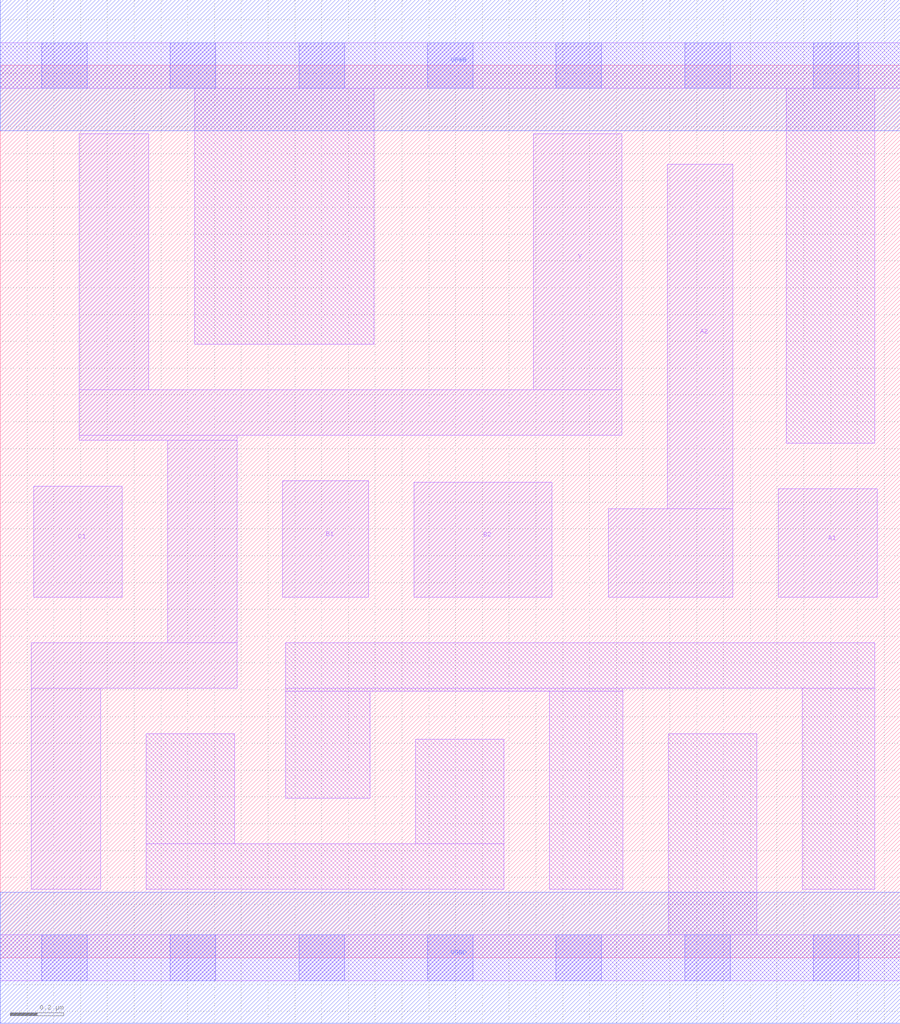
<source format=lef>
# Copyright 2020 The SkyWater PDK Authors
#
# Licensed under the Apache License, Version 2.0 (the "License");
# you may not use this file except in compliance with the License.
# You may obtain a copy of the License at
#
#     https://www.apache.org/licenses/LICENSE-2.0
#
# Unless required by applicable law or agreed to in writing, software
# distributed under the License is distributed on an "AS IS" BASIS,
# WITHOUT WARRANTIES OR CONDITIONS OF ANY KIND, either express or implied.
# See the License for the specific language governing permissions and
# limitations under the License.
#
# SPDX-License-Identifier: Apache-2.0

VERSION 5.7 ;
  NAMESCASESENSITIVE ON ;
  NOWIREEXTENSIONATPIN ON ;
  DIVIDERCHAR "/" ;
  BUSBITCHARS "[]" ;
UNITS
  DATABASE MICRONS 200 ;
END UNITS
MACRO sky130_fd_sc_lp__o221ai_1
  CLASS CORE ;
  SOURCE USER ;
  FOREIGN sky130_fd_sc_lp__o221ai_1 ;
  ORIGIN  0.000000  0.000000 ;
  SIZE  3.360000 BY  3.330000 ;
  SYMMETRY X Y R90 ;
  SITE unit ;
  PIN A1
    ANTENNAGATEAREA  0.315000 ;
    DIRECTION INPUT ;
    USE SIGNAL ;
    PORT
      LAYER li1 ;
        RECT 2.905000 1.345000 3.275000 1.750000 ;
    END
  END A1
  PIN A2
    ANTENNAGATEAREA  0.315000 ;
    DIRECTION INPUT ;
    USE SIGNAL ;
    PORT
      LAYER li1 ;
        RECT 2.270000 1.345000 2.735000 1.675000 ;
        RECT 2.490000 1.675000 2.735000 2.960000 ;
    END
  END A2
  PIN B1
    ANTENNAGATEAREA  0.315000 ;
    DIRECTION INPUT ;
    USE SIGNAL ;
    PORT
      LAYER li1 ;
        RECT 1.055000 1.345000 1.375000 1.780000 ;
    END
  END B1
  PIN B2
    ANTENNAGATEAREA  0.315000 ;
    DIRECTION INPUT ;
    USE SIGNAL ;
    PORT
      LAYER li1 ;
        RECT 1.545000 1.345000 2.060000 1.775000 ;
    END
  END B2
  PIN C1
    ANTENNAGATEAREA  0.315000 ;
    DIRECTION INPUT ;
    USE SIGNAL ;
    PORT
      LAYER li1 ;
        RECT 0.125000 1.345000 0.455000 1.760000 ;
    END
  END C1
  PIN Y
    ANTENNADIFFAREA  1.274700 ;
    DIRECTION OUTPUT ;
    USE SIGNAL ;
    PORT
      LAYER li1 ;
        RECT 0.115000 0.255000 0.375000 1.005000 ;
        RECT 0.115000 1.005000 0.885000 1.175000 ;
        RECT 0.295000 1.930000 0.885000 1.950000 ;
        RECT 0.295000 1.950000 2.320000 2.120000 ;
        RECT 0.295000 2.120000 0.555000 3.075000 ;
        RECT 0.625000 1.175000 0.885000 1.930000 ;
        RECT 1.990000 2.120000 2.320000 3.075000 ;
    END
  END Y
  PIN VGND
    DIRECTION INOUT ;
    USE GROUND ;
    PORT
      LAYER met1 ;
        RECT 0.000000 -0.245000 3.360000 0.245000 ;
    END
  END VGND
  PIN VPWR
    DIRECTION INOUT ;
    USE POWER ;
    PORT
      LAYER met1 ;
        RECT 0.000000 3.085000 3.360000 3.575000 ;
    END
  END VPWR
  OBS
    LAYER li1 ;
      RECT 0.000000 -0.085000 3.360000 0.085000 ;
      RECT 0.000000  3.245000 3.360000 3.415000 ;
      RECT 0.545000  0.255000 1.880000 0.425000 ;
      RECT 0.545000  0.425000 0.875000 0.835000 ;
      RECT 0.725000  2.290000 1.395000 3.245000 ;
      RECT 1.065000  0.595000 1.380000 0.995000 ;
      RECT 1.065000  0.995000 2.325000 1.005000 ;
      RECT 1.065000  1.005000 3.265000 1.175000 ;
      RECT 1.550000  0.425000 1.880000 0.815000 ;
      RECT 2.050000  0.255000 2.325000 0.995000 ;
      RECT 2.495000  0.085000 2.825000 0.835000 ;
      RECT 2.935000  1.920000 3.265000 3.245000 ;
      RECT 2.995000  0.255000 3.265000 1.005000 ;
    LAYER mcon ;
      RECT 0.155000 -0.085000 0.325000 0.085000 ;
      RECT 0.155000  3.245000 0.325000 3.415000 ;
      RECT 0.635000 -0.085000 0.805000 0.085000 ;
      RECT 0.635000  3.245000 0.805000 3.415000 ;
      RECT 1.115000 -0.085000 1.285000 0.085000 ;
      RECT 1.115000  3.245000 1.285000 3.415000 ;
      RECT 1.595000 -0.085000 1.765000 0.085000 ;
      RECT 1.595000  3.245000 1.765000 3.415000 ;
      RECT 2.075000 -0.085000 2.245000 0.085000 ;
      RECT 2.075000  3.245000 2.245000 3.415000 ;
      RECT 2.555000 -0.085000 2.725000 0.085000 ;
      RECT 2.555000  3.245000 2.725000 3.415000 ;
      RECT 3.035000 -0.085000 3.205000 0.085000 ;
      RECT 3.035000  3.245000 3.205000 3.415000 ;
  END
END sky130_fd_sc_lp__o221ai_1

</source>
